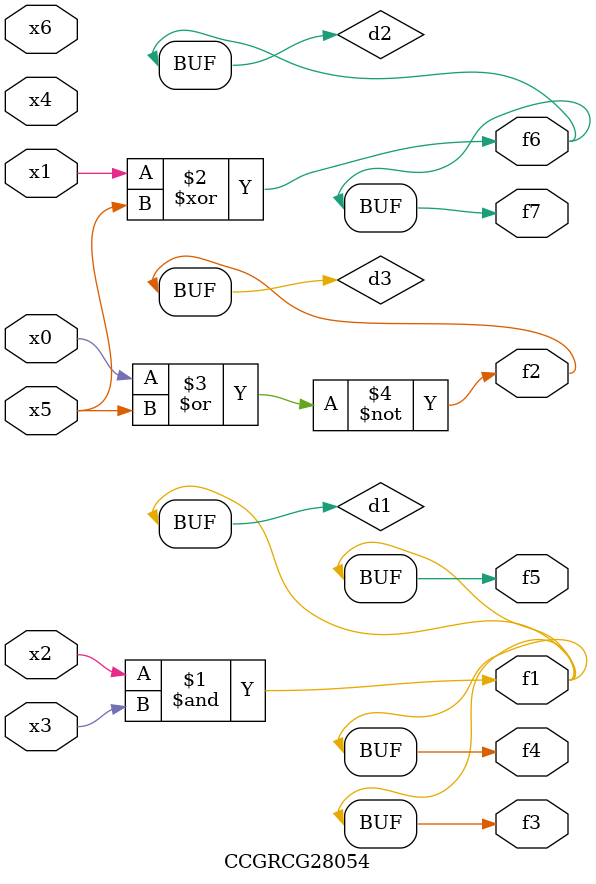
<source format=v>
module CCGRCG28054(
	input x0, x1, x2, x3, x4, x5, x6,
	output f1, f2, f3, f4, f5, f6, f7
);

	wire d1, d2, d3;

	and (d1, x2, x3);
	xor (d2, x1, x5);
	nor (d3, x0, x5);
	assign f1 = d1;
	assign f2 = d3;
	assign f3 = d1;
	assign f4 = d1;
	assign f5 = d1;
	assign f6 = d2;
	assign f7 = d2;
endmodule

</source>
